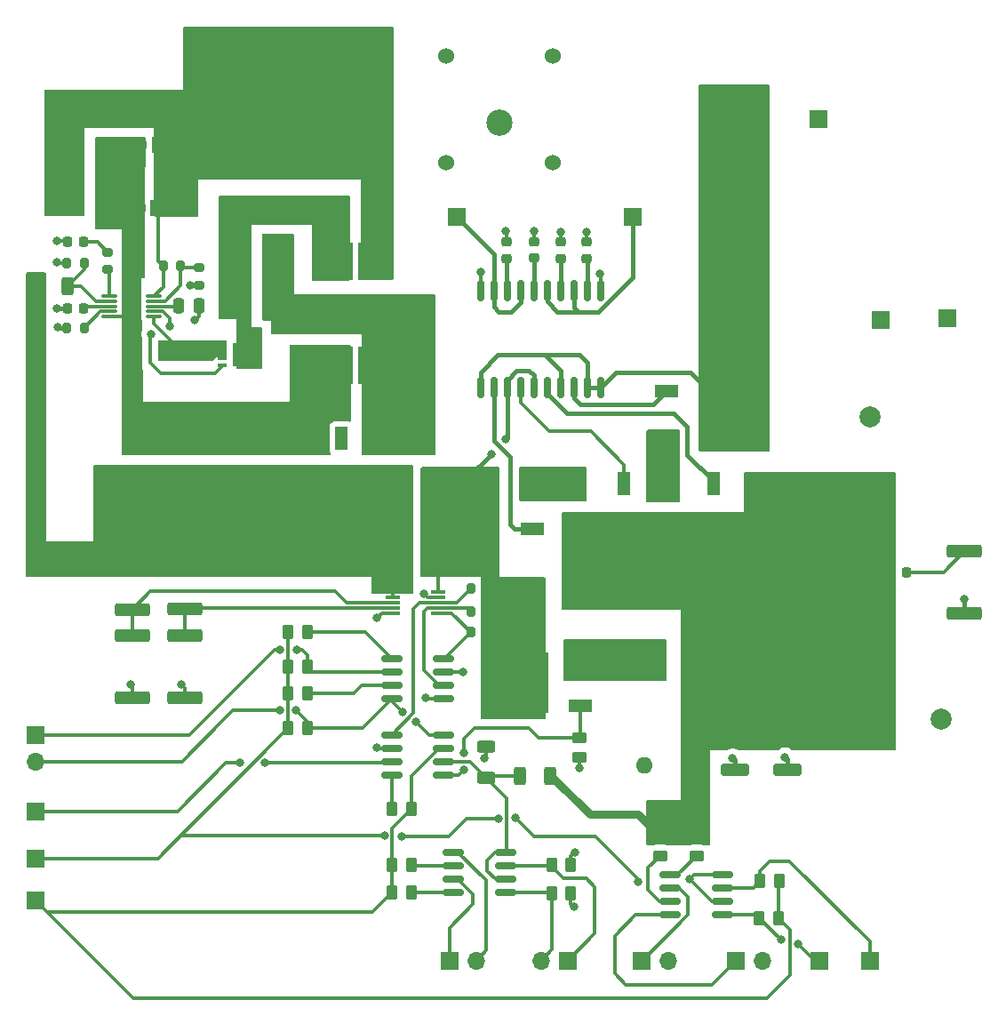
<source format=gbr>
%TF.GenerationSoftware,KiCad,Pcbnew,(6.0.1)*%
%TF.CreationDate,2022-03-07T20:17:15-06:00*%
%TF.ProjectId,power_board,706f7765-725f-4626-9f61-72642e6b6963,rev?*%
%TF.SameCoordinates,Original*%
%TF.FileFunction,Copper,L1,Top*%
%TF.FilePolarity,Positive*%
%FSLAX46Y46*%
G04 Gerber Fmt 4.6, Leading zero omitted, Abs format (unit mm)*
G04 Created by KiCad (PCBNEW (6.0.1)) date 2022-03-07 20:17:15*
%MOMM*%
%LPD*%
G01*
G04 APERTURE LIST*
G04 Aperture macros list*
%AMRoundRect*
0 Rectangle with rounded corners*
0 $1 Rounding radius*
0 $2 $3 $4 $5 $6 $7 $8 $9 X,Y pos of 4 corners*
0 Add a 4 corners polygon primitive as box body*
4,1,4,$2,$3,$4,$5,$6,$7,$8,$9,$2,$3,0*
0 Add four circle primitives for the rounded corners*
1,1,$1+$1,$2,$3*
1,1,$1+$1,$4,$5*
1,1,$1+$1,$6,$7*
1,1,$1+$1,$8,$9*
0 Add four rect primitives between the rounded corners*
20,1,$1+$1,$2,$3,$4,$5,0*
20,1,$1+$1,$4,$5,$6,$7,0*
20,1,$1+$1,$6,$7,$8,$9,0*
20,1,$1+$1,$8,$9,$2,$3,0*%
%AMFreePoly0*
4,1,21,1.545000,0.775000,0.925000,0.775000,0.925000,0.525000,1.545000,0.525000,1.545000,0.125000,0.925000,0.125000,0.925000,-0.125000,1.545000,-0.125000,1.545000,-0.525000,0.925000,-0.525000,0.925000,-0.775000,1.545000,-0.775000,1.545000,-1.175000,0.925000,-1.175000,0.925000,-1.125000,-0.925000,-1.125000,-0.925000,1.125000,0.925000,1.125000,0.925000,1.175000,1.545000,1.175000,
1.545000,0.775000,1.545000,0.775000,$1*%
G04 Aperture macros list end*
%TA.AperFunction,ComponentPad*%
%ADD10R,1.700000X1.700000*%
%TD*%
%TA.AperFunction,ComponentPad*%
%ADD11O,1.700000X1.700000*%
%TD*%
%TA.AperFunction,SMDPad,CuDef*%
%ADD12RoundRect,0.250000X-0.450000X0.262500X-0.450000X-0.262500X0.450000X-0.262500X0.450000X0.262500X0*%
%TD*%
%TA.AperFunction,ComponentPad*%
%ADD13C,1.524000*%
%TD*%
%TA.AperFunction,ComponentPad*%
%ADD14C,2.500000*%
%TD*%
%TA.AperFunction,SMDPad,CuDef*%
%ADD15RoundRect,0.150000X-0.825000X-0.150000X0.825000X-0.150000X0.825000X0.150000X-0.825000X0.150000X0*%
%TD*%
%TA.AperFunction,SMDPad,CuDef*%
%ADD16RoundRect,0.250000X1.100000X-0.325000X1.100000X0.325000X-1.100000X0.325000X-1.100000X-0.325000X0*%
%TD*%
%TA.AperFunction,ComponentPad*%
%ADD17C,1.600000*%
%TD*%
%TA.AperFunction,ComponentPad*%
%ADD18O,1.600000X1.600000*%
%TD*%
%TA.AperFunction,SMDPad,CuDef*%
%ADD19RoundRect,0.250000X-0.262500X-0.450000X0.262500X-0.450000X0.262500X0.450000X-0.262500X0.450000X0*%
%TD*%
%TA.AperFunction,SMDPad,CuDef*%
%ADD20RoundRect,0.250000X-1.425000X0.362500X-1.425000X-0.362500X1.425000X-0.362500X1.425000X0.362500X0*%
%TD*%
%TA.AperFunction,SMDPad,CuDef*%
%ADD21RoundRect,0.250000X0.312500X0.625000X-0.312500X0.625000X-0.312500X-0.625000X0.312500X-0.625000X0*%
%TD*%
%TA.AperFunction,SMDPad,CuDef*%
%ADD22RoundRect,0.200000X0.275000X-0.200000X0.275000X0.200000X-0.275000X0.200000X-0.275000X-0.200000X0*%
%TD*%
%TA.AperFunction,SMDPad,CuDef*%
%ADD23R,1.200000X2.200000*%
%TD*%
%TA.AperFunction,SMDPad,CuDef*%
%ADD24R,5.800000X6.400000*%
%TD*%
%TA.AperFunction,SMDPad,CuDef*%
%ADD25RoundRect,0.250000X-1.100000X0.325000X-1.100000X-0.325000X1.100000X-0.325000X1.100000X0.325000X0*%
%TD*%
%TA.AperFunction,SMDPad,CuDef*%
%ADD26RoundRect,0.250000X0.625000X-0.312500X0.625000X0.312500X-0.625000X0.312500X-0.625000X-0.312500X0*%
%TD*%
%TA.AperFunction,SMDPad,CuDef*%
%ADD27R,0.830000X0.400000*%
%TD*%
%TA.AperFunction,SMDPad,CuDef*%
%ADD28FreePoly0,0.000000*%
%TD*%
%TA.AperFunction,SMDPad,CuDef*%
%ADD29RoundRect,0.200000X0.200000X0.275000X-0.200000X0.275000X-0.200000X-0.275000X0.200000X-0.275000X0*%
%TD*%
%TA.AperFunction,SMDPad,CuDef*%
%ADD30R,1.400000X0.300000*%
%TD*%
%TA.AperFunction,SMDPad,CuDef*%
%ADD31RoundRect,0.250000X-0.325000X-1.100000X0.325000X-1.100000X0.325000X1.100000X-0.325000X1.100000X0*%
%TD*%
%TA.AperFunction,SMDPad,CuDef*%
%ADD32R,2.200000X1.200000*%
%TD*%
%TA.AperFunction,SMDPad,CuDef*%
%ADD33R,6.400000X5.800000*%
%TD*%
%TA.AperFunction,SMDPad,CuDef*%
%ADD34RoundRect,0.250000X0.325000X1.100000X-0.325000X1.100000X-0.325000X-1.100000X0.325000X-1.100000X0*%
%TD*%
%TA.AperFunction,SMDPad,CuDef*%
%ADD35RoundRect,0.225000X0.225000X0.250000X-0.225000X0.250000X-0.225000X-0.250000X0.225000X-0.250000X0*%
%TD*%
%TA.AperFunction,ComponentPad*%
%ADD36R,1.600000X1.600000*%
%TD*%
%TA.AperFunction,SMDPad,CuDef*%
%ADD37RoundRect,0.250000X-0.312500X-0.625000X0.312500X-0.625000X0.312500X0.625000X-0.312500X0.625000X0*%
%TD*%
%TA.AperFunction,SMDPad,CuDef*%
%ADD38RoundRect,0.225000X-0.250000X0.225000X-0.250000X-0.225000X0.250000X-0.225000X0.250000X0.225000X0*%
%TD*%
%TA.AperFunction,SMDPad,CuDef*%
%ADD39RoundRect,0.250000X0.262500X0.450000X-0.262500X0.450000X-0.262500X-0.450000X0.262500X-0.450000X0*%
%TD*%
%TA.AperFunction,ComponentPad*%
%ADD40C,2.000000*%
%TD*%
%TA.AperFunction,SMDPad,CuDef*%
%ADD41RoundRect,0.250000X-0.250000X-0.475000X0.250000X-0.475000X0.250000X0.475000X-0.250000X0.475000X0*%
%TD*%
%TA.AperFunction,SMDPad,CuDef*%
%ADD42RoundRect,0.075000X-0.650000X-0.075000X0.650000X-0.075000X0.650000X0.075000X-0.650000X0.075000X0*%
%TD*%
%TA.AperFunction,SMDPad,CuDef*%
%ADD43R,1.680000X1.880000*%
%TD*%
%TA.AperFunction,SMDPad,CuDef*%
%ADD44R,2.540000X3.530600*%
%TD*%
%TA.AperFunction,SMDPad,CuDef*%
%ADD45RoundRect,0.150000X-0.150000X0.875000X-0.150000X-0.875000X0.150000X-0.875000X0.150000X0.875000X0*%
%TD*%
%TA.AperFunction,SMDPad,CuDef*%
%ADD46RoundRect,0.200000X-0.200000X-0.275000X0.200000X-0.275000X0.200000X0.275000X-0.200000X0.275000X0*%
%TD*%
%TA.AperFunction,ViaPad*%
%ADD47C,0.800000*%
%TD*%
%TA.AperFunction,Conductor*%
%ADD48C,0.800000*%
%TD*%
%TA.AperFunction,Conductor*%
%ADD49C,0.300000*%
%TD*%
%TA.AperFunction,Conductor*%
%ADD50C,0.400000*%
%TD*%
G04 APERTURE END LIST*
D10*
%TO.P,J5,1,Pin_1*%
%TO.N,GND*%
X181400000Y-81800000D03*
%TD*%
%TO.P,J19,1,Pin_1*%
%TO.N,Net-(J19-Pad1)*%
X161225000Y-143000000D03*
D11*
%TO.P,J19,2,Pin_2*%
%TO.N,GND*%
X163765000Y-143000000D03*
%TD*%
D12*
%TO.P,R23,1*%
%TO.N,+24V*%
X154000000Y-131187500D03*
%TO.P,R23,2*%
%TO.N,Net-(Q9-Pad3)*%
X154000000Y-133012500D03*
%TD*%
D13*
%TO.P,J6,1,Pin_1*%
%TO.N,GND*%
X143780000Y-56820000D03*
D14*
X138700000Y-63170000D03*
D13*
X133620000Y-66980000D03*
X143780000Y-66980000D03*
X133620000Y-56820000D03*
%TD*%
D15*
%TO.P,Q6,1,ANODE_1*%
%TO.N,N_SDAO*%
X128425000Y-121495000D03*
%TO.P,Q6,2,CATHODE_1*%
%TO.N,GND*%
X128425000Y-122765000D03*
%TO.P,Q6,3,ANODE_2*%
%TO.N,MCU_P_RES*%
X128425000Y-124035000D03*
%TO.P,Q6,4,CATHODE_2*%
%TO.N,Net-(Q6-Pad4)*%
X128425000Y-125305000D03*
%TO.P,Q6,5,EMITTER_2*%
%TO.N,Net-(Q6-Pad5)*%
X133375000Y-125305000D03*
%TO.P,Q6,6,COLLECTOR_2*%
%TO.N,12V*%
X133375000Y-124035000D03*
%TO.P,Q6,7,EMITTER_1*%
%TO.N,GND1*%
X133375000Y-122765000D03*
%TO.P,Q6,8,COLLECTOR_1*%
%TO.N,MCU_SDA*%
X133375000Y-121495000D03*
%TD*%
D16*
%TO.P,C22,1*%
%TO.N,GND*%
X166100000Y-124800000D03*
%TO.P,C22,2*%
%TO.N,+24V*%
X166100000Y-121850000D03*
%TD*%
D17*
%TO.P,R21,1*%
%TO.N,Net-(Q8-Pad3)*%
X152500000Y-114220000D03*
D18*
%TO.P,R21,2*%
%TO.N,GND*%
X152500000Y-124380000D03*
%TD*%
D19*
%TO.P,R24,1*%
%TO.N,MCU_BTN2*%
X163450000Y-138950000D03*
%TO.P,R24,2*%
%TO.N,GND1*%
X165275000Y-138950000D03*
%TD*%
D20*
%TO.P,R3,1*%
%TO.N,24V Solar*%
X108700000Y-103587500D03*
%TO.P,R3,2*%
%TO.N,ADR0*%
X108700000Y-109512500D03*
%TD*%
D21*
%TO.P,R28,1*%
%TO.N,+24V*%
X143562500Y-125400000D03*
%TO.P,R28,2*%
%TO.N,12V*%
X140637500Y-125400000D03*
%TD*%
D10*
%TO.P,J22,1,Pin_1*%
%TO.N,SOLAR_CTRL*%
X145200000Y-143000000D03*
D11*
%TO.P,J22,2,Pin_2*%
%TO.N,GRID_CTRL*%
X142660000Y-143000000D03*
%TD*%
D10*
%TO.P,J1,1,Pin_1*%
%TO.N,+24V*%
X167700000Y-112700000D03*
%TD*%
D19*
%TO.P,R17,1*%
%TO.N,+5V*%
X118587500Y-111750000D03*
%TO.P,R17,2*%
%TO.N,Net-(Q7-Pad1)*%
X120412500Y-111750000D03*
%TD*%
D22*
%TO.P,R10,1*%
%TO.N,Net-(R10-Pad1)*%
X101400000Y-77175000D03*
%TO.P,R10,2*%
%TO.N,Net-(C8-Pad1)*%
X101400000Y-75525000D03*
%TD*%
D23*
%TO.P,Q3,1,G*%
%TO.N,Net-(Q3-Pad1)*%
X150580000Y-97550000D03*
D24*
%TO.P,Q3,2,D*%
%TO.N,+24V*%
X148300000Y-103850000D03*
D23*
%TO.P,Q3,3,S*%
%TO.N,Net-(Q3-Pad3)*%
X146020000Y-97550000D03*
%TD*%
D25*
%TO.P,C14,1*%
%TO.N,GND*%
X115850000Y-93975000D03*
%TO.P,C14,2*%
%TO.N,24V Solar*%
X115850000Y-96925000D03*
%TD*%
D26*
%TO.P,R29,1*%
%TO.N,12V*%
X137400000Y-125562500D03*
%TO.P,R29,2*%
%TO.N,GND*%
X137400000Y-122637500D03*
%TD*%
D19*
%TO.P,R19,1*%
%TO.N,+5V*%
X118587500Y-115050000D03*
%TO.P,R19,2*%
%TO.N,MCU_SCL*%
X120412500Y-115050000D03*
%TD*%
D15*
%TO.P,Q7,1,ANODE_1*%
%TO.N,Net-(Q7-Pad1)*%
X128425000Y-114245000D03*
%TO.P,Q7,2,CATHODE_1*%
%TO.N,MCU_SCL*%
X128425000Y-115515000D03*
%TO.P,Q7,3,ANODE_2*%
%TO.N,Net-(Q7-Pad3)*%
X128425000Y-116785000D03*
%TO.P,Q7,4,CATHODE_2*%
%TO.N,MCU_SDA*%
X128425000Y-118055000D03*
%TO.P,Q7,5,EMITTER_2*%
%TO.N,GND*%
X133375000Y-118055000D03*
%TO.P,Q7,6,COLLECTOR_2*%
%TO.N,SDAI*%
X133375000Y-116785000D03*
%TO.P,Q7,7,EMITTER_1*%
%TO.N,GND*%
X133375000Y-115515000D03*
%TO.P,Q7,8,COLLECTOR_1*%
%TO.N,SCL*%
X133375000Y-114245000D03*
%TD*%
D27*
%TO.P,Q5,1,S*%
%TO.N,Net-(Q5-Pad1)*%
X112265000Y-84337500D03*
%TO.P,Q5,2,S*%
X112265000Y-84987500D03*
%TO.P,Q5,3,S*%
X112265000Y-85637500D03*
%TO.P,Q5,4,G*%
%TO.N,Net-(Q5-Pad4)*%
X112265000Y-86287500D03*
D28*
%TO.P,Q5,5,D*%
%TO.N,Net-(C10-Pad2)*%
X114205000Y-85312500D03*
%TD*%
D29*
%TO.P,R15,1*%
%TO.N,24V Solar_2*%
X137625000Y-109750000D03*
%TO.P,R15,2*%
%TO.N,SDAI*%
X135975000Y-109750000D03*
%TD*%
D30*
%TO.P,IC1,1,SENSE+*%
%TO.N,24V Solar*%
X128500000Y-107900000D03*
%TO.P,IC1,2,VIN*%
X128500000Y-108400000D03*
%TO.P,IC1,3,ADR1*%
%TO.N,ADR1*%
X128500000Y-108900000D03*
%TO.P,IC1,4,ADR0*%
%TO.N,ADR0*%
X128500000Y-109400000D03*
%TO.P,IC1,5,ADIN*%
%TO.N,GND*%
X128500000Y-109900000D03*
%TO.P,IC1,6,SCL*%
%TO.N,SCL*%
X132900000Y-109900000D03*
%TO.P,IC1,7,SDAI*%
%TO.N,SDAI*%
X132900000Y-109400000D03*
%TO.P,IC1,8,~{SDAO}*%
%TO.N,N_SDAO*%
X132900000Y-108900000D03*
%TO.P,IC1,9,GND*%
%TO.N,GND*%
X132900000Y-108400000D03*
%TO.P,IC1,10,SENSE-*%
%TO.N,24V Solar_2*%
X132900000Y-107900000D03*
%TD*%
D16*
%TO.P,C23,1*%
%TO.N,GND*%
X161100000Y-124800000D03*
%TO.P,C23,2*%
%TO.N,+24V*%
X161100000Y-121850000D03*
%TD*%
D25*
%TO.P,C15,1*%
%TO.N,GND*%
X119910000Y-94015000D03*
%TO.P,C15,2*%
%TO.N,24V Solar*%
X119910000Y-96965000D03*
%TD*%
D31*
%TO.P,C11,1*%
%TO.N,Net-(C10-Pad2)*%
X113935000Y-79980000D03*
%TO.P,C11,2*%
%TO.N,Net-(C10-Pad1)*%
X116885000Y-79980000D03*
%TD*%
D32*
%TO.P,Q1,1,G*%
%TO.N,Net-(Q1-Pad1)*%
X154600000Y-88770000D03*
D33*
%TO.P,Q1,2,D*%
%TO.N,24V Grid*%
X160900000Y-91050000D03*
D32*
%TO.P,Q1,3,S*%
%TO.N,Net-(Q1-Pad3)*%
X154600000Y-93330000D03*
%TD*%
D29*
%TO.P,R14,1*%
%TO.N,24V Solar_2*%
X137625000Y-111750000D03*
%TO.P,R14,2*%
%TO.N,SCL*%
X135975000Y-111750000D03*
%TD*%
D34*
%TO.P,C24,1*%
%TO.N,GND*%
X100975000Y-66350000D03*
%TO.P,C24,2*%
%TO.N,Solar Panel*%
X98025000Y-66350000D03*
%TD*%
D20*
%TO.P,R6,1*%
%TO.N,ADR1*%
X103700000Y-112037500D03*
%TO.P,R6,2*%
%TO.N,GND*%
X103700000Y-117962500D03*
%TD*%
D35*
%TO.P,D1,1,K*%
%TO.N,Net-(D1-Pad1)*%
X177475000Y-106000000D03*
%TO.P,D1,2,A*%
%TO.N,+24V*%
X175925000Y-106000000D03*
%TD*%
D10*
%TO.P,J16,1,Pin_1*%
%TO.N,MCU_BTN1*%
X174000000Y-143000000D03*
%TD*%
D19*
%TO.P,R20,1*%
%TO.N,+5V*%
X118587500Y-117550000D03*
%TO.P,R20,2*%
%TO.N,Net-(Q7-Pad3)*%
X120412500Y-117550000D03*
%TD*%
D32*
%TO.P,Q4,1,G*%
%TO.N,Net-(Q4-Pad1)*%
X141800000Y-101930000D03*
D33*
%TO.P,Q4,2,D*%
%TO.N,24V Solar_2*%
X135500000Y-99650000D03*
D32*
%TO.P,Q4,3,S*%
%TO.N,Net-(Q3-Pad3)*%
X141800000Y-97370000D03*
%TD*%
D10*
%TO.P,J17,1,Pin_1*%
%TO.N,MCU_BTN2*%
X169200000Y-143000000D03*
%TD*%
D20*
%TO.P,R11,1*%
%TO.N,Net-(Q5-Pad1)*%
X108400000Y-84950000D03*
%TO.P,R11,2*%
%TO.N,GND*%
X108400000Y-90875000D03*
%TD*%
D36*
%TO.P,C12,1*%
%TO.N,24V Solar*%
X104100000Y-96555113D03*
D17*
%TO.P,C12,2*%
%TO.N,GND*%
X104100000Y-94055113D03*
%TD*%
D36*
%TO.P,C5,1*%
%TO.N,Solar Panel*%
X106355113Y-65350000D03*
D17*
%TO.P,C5,2*%
%TO.N,GND*%
X104355113Y-65350000D03*
%TD*%
D37*
%TO.P,R12,1*%
%TO.N,24V Solar*%
X94637500Y-78750000D03*
%TO.P,R12,2*%
%TO.N,Net-(R12-Pad2)*%
X97562500Y-78750000D03*
%TD*%
D20*
%TO.P,R4,1*%
%TO.N,ADR0*%
X108700000Y-112037500D03*
%TO.P,R4,2*%
%TO.N,GND*%
X108700000Y-117962500D03*
%TD*%
D29*
%TO.P,R9,1*%
%TO.N,Net-(R9-Pad1)*%
X99135000Y-82720000D03*
%TO.P,R9,2*%
%TO.N,GND*%
X97485000Y-82720000D03*
%TD*%
D19*
%TO.P,R26,1*%
%TO.N,Net-(Q6-Pad4)*%
X128487500Y-128600000D03*
%TO.P,R26,2*%
%TO.N,GND1*%
X130312500Y-128600000D03*
%TD*%
D38*
%TO.P,C18,1*%
%TO.N,GND*%
X141980000Y-74555000D03*
%TO.P,C18,2*%
%TO.N,Net-(C18-Pad2)*%
X141980000Y-76105000D03*
%TD*%
D39*
%TO.P,R30,1*%
%TO.N,Net-(Q10-Pad2)*%
X130312500Y-133900000D03*
%TO.P,R30,2*%
%TO.N,GND1*%
X128487500Y-133900000D03*
%TD*%
D10*
%TO.P,J4,1,Pin_1*%
%TO.N,GND*%
X169100000Y-62900000D03*
%TD*%
D34*
%TO.P,C10,1*%
%TO.N,Net-(C10-Pad1)*%
X116875000Y-75250000D03*
%TO.P,C10,2*%
%TO.N,Net-(C10-Pad2)*%
X113925000Y-75250000D03*
%TD*%
%TO.P,C25,1*%
%TO.N,GND*%
X100975000Y-70450000D03*
%TO.P,C25,2*%
%TO.N,Solar Panel*%
X98025000Y-70450000D03*
%TD*%
D10*
%TO.P,J20,1,Pin_1*%
%TO.N,GND1*%
X94500000Y-137275000D03*
%TD*%
D20*
%TO.P,R1,1*%
%TO.N,Net-(D1-Pad1)*%
X183000000Y-104037500D03*
%TO.P,R1,2*%
%TO.N,GND*%
X183000000Y-109962500D03*
%TD*%
D29*
%TO.P,R16,1*%
%TO.N,24V Solar_2*%
X137625000Y-107600000D03*
%TO.P,R16,2*%
%TO.N,N_SDAO*%
X135975000Y-107600000D03*
%TD*%
D10*
%TO.P,J3,1,Pin_1*%
%TO.N,GND*%
X175000000Y-82000000D03*
%TD*%
D40*
%TO.P,C21,1*%
%TO.N,+24V*%
X173250000Y-120000000D03*
%TO.P,C21,2*%
%TO.N,GND*%
X180750000Y-120000000D03*
%TD*%
D19*
%TO.P,R32,1*%
%TO.N,GRID_CTRL*%
X143687500Y-136600000D03*
%TO.P,R32,2*%
%TO.N,GND*%
X145512500Y-136600000D03*
%TD*%
D13*
%TO.P,J9,1,Pin_1*%
%TO.N,Solar Panel*%
X113520000Y-66980000D03*
D14*
X118600000Y-63170000D03*
D13*
X113520000Y-56820000D03*
X123680000Y-66980000D03*
X123680000Y-56820000D03*
%TD*%
D32*
%TO.P,Q8,1,G*%
%TO.N,Net-(Q6-Pad5)*%
X146400000Y-118780000D03*
D33*
%TO.P,Q8,2,D*%
%TO.N,24V Solar_2*%
X140100000Y-116500000D03*
D32*
%TO.P,Q8,3,S*%
%TO.N,Net-(Q8-Pad3)*%
X146400000Y-114220000D03*
%TD*%
D41*
%TO.P,C9,1*%
%TO.N,Net-(C9-Pad1)*%
X108150000Y-80650000D03*
%TO.P,C9,2*%
%TO.N,GND*%
X110050000Y-80650000D03*
%TD*%
D42*
%TO.P,U5,1,VC*%
%TO.N,Net-(R10-Pad1)*%
X101500000Y-79690000D03*
%TO.P,U5,2,FBX*%
%TO.N,Net-(R12-Pad2)*%
X101500000Y-80190000D03*
%TO.P,U5,3,SS*%
%TO.N,Net-(C7-Pad1)*%
X101500000Y-80690000D03*
%TO.P,U5,4,RT*%
%TO.N,Net-(R9-Pad1)*%
X101500000Y-81190000D03*
%TO.P,U5,5,SYNC*%
%TO.N,GND*%
X101500000Y-81690000D03*
%TO.P,U5,6,SENSE*%
%TO.N,Net-(Q5-Pad1)*%
X105800000Y-81690000D03*
%TO.P,U5,7,GATE*%
%TO.N,Net-(Q5-Pad4)*%
X105800000Y-81190000D03*
%TO.P,U5,8,INTVCC*%
%TO.N,Net-(C9-Pad1)*%
X105800000Y-80690000D03*
%TO.P,U5,9,~{SHDN}/UVLO*%
%TO.N,Net-(R7-Pad2)*%
X105800000Y-80190000D03*
%TO.P,U5,10,VIN*%
%TO.N,Solar Panel*%
X105800000Y-79690000D03*
D43*
%TO.P,U5,11,GND*%
%TO.N,GND*%
X103650000Y-80690000D03*
%TD*%
D15*
%TO.P,Q10,1,ANODE_1*%
%TO.N,MCU_SOLAR*%
X134325000Y-132695000D03*
%TO.P,Q10,2,CATHODE_1*%
%TO.N,Net-(Q10-Pad2)*%
X134325000Y-133965000D03*
%TO.P,Q10,3,ANODE_2*%
%TO.N,MCU_GRID*%
X134325000Y-135235000D03*
%TO.P,Q10,4,CATHODE_2*%
%TO.N,Net-(Q10-Pad4)*%
X134325000Y-136505000D03*
%TO.P,Q10,5,EMITTER_2*%
%TO.N,GRID_CTRL*%
X139275000Y-136505000D03*
%TO.P,Q10,6,COLLECTOR_2*%
%TO.N,12V*%
X139275000Y-135235000D03*
%TO.P,Q10,7,EMITTER_1*%
%TO.N,SOLAR_CTRL*%
X139275000Y-133965000D03*
%TO.P,Q10,8,COLLECTOR_1*%
%TO.N,12V*%
X139275000Y-132695000D03*
%TD*%
D29*
%TO.P,R2,1*%
%TO.N,24V Solar_2*%
X131585000Y-105000000D03*
%TO.P,R2,2*%
%TO.N,24V Solar*%
X129935000Y-105000000D03*
%TD*%
D23*
%TO.P,D9,1,A*%
%TO.N,Net-(C10-Pad1)*%
X128180000Y-93270000D03*
D24*
%TO.P,D9,2,K*%
%TO.N,24V Solar*%
X125900000Y-99570000D03*
D23*
%TO.P,D9,3*%
%TO.N,N/C*%
X123620000Y-93270000D03*
%TD*%
D19*
%TO.P,R33,1*%
%TO.N,SOLAR_CTRL*%
X143687500Y-133900000D03*
%TO.P,R33,2*%
%TO.N,GND*%
X145512500Y-133900000D03*
%TD*%
D35*
%TO.P,C8,1*%
%TO.N,Net-(C8-Pad1)*%
X99075000Y-74550000D03*
%TO.P,C8,2*%
%TO.N,GND*%
X97525000Y-74550000D03*
%TD*%
D10*
%TO.P,J12,1,Pin_1*%
%TO.N,MCU_SCL*%
X94500000Y-121500000D03*
D11*
%TO.P,J12,2,Pin_2*%
%TO.N,MCU_SDA*%
X94500000Y-124040000D03*
%TD*%
D12*
%TO.P,R27,1*%
%TO.N,Net-(Q6-Pad5)*%
X146300000Y-121787500D03*
%TO.P,R27,2*%
%TO.N,GND*%
X146300000Y-123612500D03*
%TD*%
D44*
%TO.P,L3,1,1*%
%TO.N,Solar Panel*%
X126511300Y-76409700D03*
%TO.P,L3,2,2*%
%TO.N,Net-(C10-Pad2)*%
X123488700Y-76409700D03*
%TO.P,L3,3,3*%
%TO.N,GND*%
X123488700Y-86290300D03*
%TO.P,L3,4,4*%
%TO.N,Net-(C10-Pad1)*%
X126511300Y-86290300D03*
%TD*%
D45*
%TO.P,U6,1,GND*%
%TO.N,GND*%
X148325000Y-79170000D03*
%TO.P,U6,2,TIMER1*%
%TO.N,Net-(C16-Pad2)*%
X147055000Y-79170000D03*
%TO.P,U6,3,INPUT1*%
%TO.N,Net-(J11-Pad1)*%
X145785000Y-79170000D03*
%TO.P,U6,4,TIMER2*%
%TO.N,Net-(C17-Pad2)*%
X144515000Y-79170000D03*
%TO.P,U6,5,INPUT2*%
%TO.N,Net-(J11-Pad1)*%
X143245000Y-79170000D03*
%TO.P,U6,6,TIMER3*%
%TO.N,Net-(C18-Pad2)*%
X141975000Y-79170000D03*
%TO.P,U6,7,INPUT3*%
%TO.N,Net-(J21-Pad1)*%
X140705000Y-79170000D03*
%TO.P,U6,8,TIMER4*%
%TO.N,Net-(C19-Pad2)*%
X139435000Y-79170000D03*
%TO.P,U6,9,INPUT4*%
%TO.N,Net-(J21-Pad1)*%
X138165000Y-79170000D03*
%TO.P,U6,10,GND*%
%TO.N,GND*%
X136895000Y-79170000D03*
%TO.P,U6,11,V+*%
%TO.N,24V Grid*%
X136895000Y-88470000D03*
%TO.P,U6,12,GATE4*%
%TO.N,Net-(Q4-Pad1)*%
X138165000Y-88470000D03*
%TO.P,U6,13,SENSE4*%
%TO.N,24V Solar_2*%
X139435000Y-88470000D03*
%TO.P,U6,14,GATE3*%
%TO.N,Net-(Q3-Pad1)*%
X140705000Y-88470000D03*
%TO.P,U6,15,SENSE3*%
%TO.N,24V Solar_2*%
X141975000Y-88470000D03*
%TO.P,U6,16,GATE2*%
%TO.N,Net-(Q2-Pad1)*%
X143245000Y-88470000D03*
%TO.P,U6,17,SENSE2*%
%TO.N,24V Grid*%
X144515000Y-88470000D03*
%TO.P,U6,18,GATE1*%
%TO.N,Net-(Q1-Pad1)*%
X145785000Y-88470000D03*
%TO.P,U6,19,SENSE1*%
%TO.N,24V Grid*%
X147055000Y-88470000D03*
%TO.P,U6,20,V+*%
X148325000Y-88470000D03*
%TD*%
D38*
%TO.P,C19,1*%
%TO.N,GND*%
X139370000Y-74565000D03*
%TO.P,C19,2*%
%TO.N,Net-(C19-Pad2)*%
X139370000Y-76115000D03*
%TD*%
%TO.P,C16,1*%
%TO.N,GND*%
X147000000Y-74575000D03*
%TO.P,C16,2*%
%TO.N,Net-(C16-Pad2)*%
X147000000Y-76125000D03*
%TD*%
D10*
%TO.P,J14,1,Pin_1*%
%TO.N,+5V*%
X94500000Y-133275000D03*
%TD*%
D23*
%TO.P,Q2,1,G*%
%TO.N,Net-(Q2-Pad1)*%
X159080000Y-97550000D03*
D24*
%TO.P,Q2,2,D*%
%TO.N,+24V*%
X156800000Y-103850000D03*
D23*
%TO.P,Q2,3,S*%
%TO.N,Net-(Q1-Pad3)*%
X154520000Y-97550000D03*
%TD*%
D20*
%TO.P,R5,1*%
%TO.N,24V Solar*%
X103700000Y-103637500D03*
%TO.P,R5,2*%
%TO.N,ADR1*%
X103700000Y-109562500D03*
%TD*%
D10*
%TO.P,J10,1,Pin_1*%
%TO.N,24V Grid*%
X161500000Y-62900000D03*
%TD*%
D19*
%TO.P,R25,1*%
%TO.N,MCU_BTN1*%
X163537500Y-135450000D03*
%TO.P,R25,2*%
%TO.N,GND1*%
X165362500Y-135450000D03*
%TD*%
D36*
%TO.P,C6,1*%
%TO.N,Solar Panel*%
X106210225Y-71350000D03*
D17*
%TO.P,C6,2*%
%TO.N,GND*%
X104210225Y-71350000D03*
%TD*%
D35*
%TO.P,C7,1*%
%TO.N,Net-(C7-Pad1)*%
X99085000Y-80910000D03*
%TO.P,C7,2*%
%TO.N,GND*%
X97535000Y-80910000D03*
%TD*%
D22*
%TO.P,R8,1*%
%TO.N,GND*%
X110110000Y-78655000D03*
%TO.P,R8,2*%
%TO.N,Net-(R7-Pad2)*%
X110110000Y-77005000D03*
%TD*%
D29*
%TO.P,R13,1*%
%TO.N,Net-(R12-Pad2)*%
X99125000Y-76550000D03*
%TO.P,R13,2*%
%TO.N,GND*%
X97475000Y-76550000D03*
%TD*%
D10*
%TO.P,J18,1,Pin_1*%
%TO.N,Net-(J18-Pad1)*%
X152225000Y-143000000D03*
D11*
%TO.P,J18,2,Pin_2*%
%TO.N,GND*%
X154765000Y-143000000D03*
%TD*%
D10*
%TO.P,J21,1,Pin_1*%
%TO.N,Net-(J21-Pad1)*%
X134600000Y-72200000D03*
%TD*%
%TO.P,J15,1,Pin_1*%
%TO.N,MCU_P_RES*%
X94500000Y-128775000D03*
%TD*%
D38*
%TO.P,C17,1*%
%TO.N,GND*%
X144500000Y-74575000D03*
%TO.P,C17,2*%
%TO.N,Net-(C17-Pad2)*%
X144500000Y-76125000D03*
%TD*%
D15*
%TO.P,Q9,1,ANODE_1*%
%TO.N,Net-(Q9-Pad1)*%
X154975000Y-134845000D03*
%TO.P,Q9,2,CATHODE_1*%
%TO.N,Net-(J18-Pad1)*%
X154975000Y-136115000D03*
%TO.P,Q9,3,ANODE_2*%
%TO.N,Net-(Q9-Pad3)*%
X154975000Y-137385000D03*
%TO.P,Q9,4,CATHODE_2*%
%TO.N,Net-(J19-Pad1)*%
X154975000Y-138655000D03*
%TO.P,Q9,5,EMITTER_2*%
%TO.N,MCU_BTN2*%
X159925000Y-138655000D03*
%TO.P,Q9,6,COLLECTOR_2*%
%TO.N,+5V*%
X159925000Y-137385000D03*
%TO.P,Q9,7,EMITTER_1*%
%TO.N,MCU_BTN1*%
X159925000Y-136115000D03*
%TO.P,Q9,8,COLLECTOR_1*%
%TO.N,+5V*%
X159925000Y-134845000D03*
%TD*%
D40*
%TO.P,C20,1*%
%TO.N,+24V*%
X174000000Y-98750000D03*
%TO.P,C20,2*%
%TO.N,GND*%
X174000000Y-91250000D03*
%TD*%
D19*
%TO.P,R18,1*%
%TO.N,+5V*%
X118587500Y-120850000D03*
%TO.P,R18,2*%
%TO.N,MCU_SDA*%
X120412500Y-120850000D03*
%TD*%
D36*
%TO.P,C13,1*%
%TO.N,24V Solar*%
X110810000Y-96550001D03*
D17*
%TO.P,C13,2*%
%TO.N,GND*%
X110810000Y-94050001D03*
%TD*%
D39*
%TO.P,R31,1*%
%TO.N,Net-(Q10-Pad4)*%
X130312500Y-136500000D03*
%TO.P,R31,2*%
%TO.N,GND1*%
X128487500Y-136500000D03*
%TD*%
D10*
%TO.P,J2,1,Pin_1*%
%TO.N,+24V*%
X162100000Y-112700000D03*
%TD*%
D46*
%TO.P,R7,1*%
%TO.N,Solar Panel*%
X106665000Y-76870000D03*
%TO.P,R7,2*%
%TO.N,Net-(R7-Pad2)*%
X108315000Y-76870000D03*
%TD*%
D12*
%TO.P,R22,1*%
%TO.N,+24V*%
X157500000Y-131187500D03*
%TO.P,R22,2*%
%TO.N,Net-(Q9-Pad1)*%
X157500000Y-133012500D03*
%TD*%
D10*
%TO.P,J11,1,Pin_1*%
%TO.N,Net-(J11-Pad1)*%
X151400000Y-72200000D03*
%TD*%
%TO.P,J7,1,Pin_1*%
%TO.N,MCU_GRID*%
X133925000Y-143000000D03*
D11*
%TO.P,J7,2,Pin_2*%
%TO.N,MCU_SOLAR*%
X136465000Y-143000000D03*
%TD*%
D47*
%TO.N,GND*%
X131700000Y-118000000D03*
X103600000Y-116750000D03*
X144500000Y-73600000D03*
X137300000Y-123700000D03*
X139300000Y-73500000D03*
X103600000Y-80700000D03*
X104100000Y-81300000D03*
X103100000Y-80100000D03*
X131500000Y-108100000D03*
X96500000Y-74500000D03*
X183000000Y-108600000D03*
X135200000Y-115500000D03*
X148300000Y-77600000D03*
X160900000Y-123725000D03*
X146350000Y-124710000D03*
X142000000Y-73500000D03*
X104100000Y-80100000D03*
X109700000Y-82000000D03*
X103100000Y-81300000D03*
X145880000Y-132670000D03*
X165900000Y-123625000D03*
X96500000Y-80900000D03*
X147000000Y-73600000D03*
X145780000Y-137850000D03*
X136900000Y-77400000D03*
X127000000Y-110400000D03*
X96600000Y-82700000D03*
X108400000Y-116750000D03*
X96500000Y-76500000D03*
X127000000Y-122700000D03*
X109200000Y-78700000D03*
%TO.N,Net-(Q5-Pad4)*%
X105500000Y-83350000D03*
X107300000Y-82550000D03*
%TO.N,24V Solar_2*%
X139300000Y-93350000D03*
X137900000Y-94750000D03*
%TO.N,MCU_SCL*%
X119420000Y-113410000D03*
X117790000Y-113410000D03*
%TO.N,MCU_SDA*%
X130780000Y-120300000D03*
X119350000Y-119170000D03*
X129495023Y-119365023D03*
X117810000Y-119180000D03*
%TO.N,MCU_P_RES*%
X114010000Y-124160000D03*
X116343727Y-124153727D03*
%TO.N,+5V*%
X138590000Y-129460000D03*
X129400000Y-131150000D03*
X151920000Y-135540000D03*
X156850000Y-135260000D03*
X127738000Y-131110000D03*
X140240000Y-129410000D03*
%TO.N,MCU_BTN2*%
X167150000Y-141400000D03*
X165530000Y-141020000D03*
%TO.N,Net-(Q6-Pad5)*%
X135300000Y-123200000D03*
X135300000Y-124800000D03*
%TD*%
D48*
%TO.N,+24V*%
X147300000Y-129100000D02*
X151912500Y-129100000D01*
X143562500Y-125400000D02*
X143600000Y-125400000D01*
X151912500Y-129100000D02*
X154000000Y-131187500D01*
X143600000Y-125400000D02*
X147300000Y-129100000D01*
D49*
%TO.N,GND*%
X145512500Y-136600000D02*
X145512500Y-137582500D01*
X110050000Y-80650000D02*
X110050000Y-81650000D01*
X136895000Y-79170000D02*
X136895000Y-77405000D01*
X136895000Y-77405000D02*
X136900000Y-77400000D01*
X102710000Y-81690000D02*
X103100000Y-81300000D01*
X110110000Y-78655000D02*
X109245000Y-78655000D01*
X109245000Y-78655000D02*
X109200000Y-78700000D01*
X146300000Y-123612500D02*
X146300000Y-124660000D01*
X141980000Y-74555000D02*
X141980000Y-73520000D01*
X110050000Y-81650000D02*
X109700000Y-82000000D01*
D50*
X161100000Y-123925000D02*
X160900000Y-123725000D01*
X166100000Y-124800000D02*
X166100000Y-123825000D01*
D49*
X131755000Y-118055000D02*
X131700000Y-118000000D01*
X147000000Y-74575000D02*
X147000000Y-73600000D01*
X145512500Y-133900000D02*
X145512500Y-133037500D01*
X148325000Y-79170000D02*
X148325000Y-77625000D01*
X103600000Y-116750000D02*
X103700000Y-116850000D01*
X128425000Y-122765000D02*
X127065000Y-122765000D01*
X103700000Y-116850000D02*
X103700000Y-117962500D01*
X146300000Y-124660000D02*
X146350000Y-124710000D01*
X108700000Y-117050000D02*
X108700000Y-117962500D01*
X108400000Y-116750000D02*
X108700000Y-117050000D01*
X135185000Y-115515000D02*
X135200000Y-115500000D01*
X133375000Y-118055000D02*
X131755000Y-118055000D01*
D50*
X96620000Y-82720000D02*
X96600000Y-82700000D01*
D49*
X96500000Y-76500000D02*
X96550000Y-76550000D01*
X128500000Y-109900000D02*
X127500000Y-109900000D01*
D50*
X183000000Y-109962500D02*
X183000000Y-108600000D01*
D49*
X141980000Y-73520000D02*
X142000000Y-73500000D01*
X97475000Y-74500000D02*
X97525000Y-74550000D01*
D50*
X161100000Y-124800000D02*
X161100000Y-123925000D01*
X96510000Y-80910000D02*
X96500000Y-80900000D01*
D49*
X145512500Y-137582500D02*
X145780000Y-137850000D01*
X145512500Y-133037500D02*
X145880000Y-132670000D01*
D50*
X97485000Y-82720000D02*
X96620000Y-82720000D01*
D49*
X131800000Y-108400000D02*
X131500000Y-108100000D01*
X139370000Y-74565000D02*
X139370000Y-73570000D01*
X127500000Y-109900000D02*
X127000000Y-110400000D01*
X133375000Y-115515000D02*
X135185000Y-115515000D01*
X132900000Y-108400000D02*
X131800000Y-108400000D01*
X139370000Y-73570000D02*
X139300000Y-73500000D01*
D50*
X166100000Y-123825000D02*
X165900000Y-123625000D01*
D49*
X96550000Y-76550000D02*
X97475000Y-76550000D01*
X101500000Y-81690000D02*
X102710000Y-81690000D01*
X148325000Y-77625000D02*
X148300000Y-77600000D01*
D50*
X97535000Y-80910000D02*
X96510000Y-80910000D01*
D49*
X127065000Y-122765000D02*
X127000000Y-122700000D01*
X137400000Y-123600000D02*
X137300000Y-123700000D01*
X96500000Y-74500000D02*
X97475000Y-74500000D01*
X144500000Y-74575000D02*
X144500000Y-73600000D01*
X137400000Y-122637500D02*
X137400000Y-123600000D01*
%TO.N,Net-(D1-Pad1)*%
X177475000Y-106000000D02*
X181037500Y-106000000D01*
X181037500Y-106000000D02*
X183000000Y-104037500D01*
%TO.N,Net-(C7-Pad1)*%
X99305000Y-80690000D02*
X99085000Y-80910000D01*
X101500000Y-80690000D02*
X99305000Y-80690000D01*
%TO.N,Net-(C8-Pad1)*%
X101400000Y-75525000D02*
X101395000Y-75525000D01*
X100420000Y-74550000D02*
X99075000Y-74550000D01*
X101395000Y-75525000D02*
X100420000Y-74550000D01*
%TO.N,Net-(C9-Pad1)*%
X105800000Y-80690000D02*
X108110000Y-80690000D01*
X108110000Y-80690000D02*
X108150000Y-80650000D01*
%TO.N,24V Solar*%
X128500000Y-108400000D02*
X128500000Y-107900000D01*
D50*
%TO.N,Net-(C16-Pad2)*%
X147055000Y-76180000D02*
X147000000Y-76125000D01*
X147055000Y-79170000D02*
X147055000Y-76180000D01*
%TO.N,Net-(C17-Pad2)*%
X144500000Y-79155000D02*
X144515000Y-79170000D01*
X144500000Y-76125000D02*
X144500000Y-79155000D01*
%TO.N,Net-(C18-Pad2)*%
X141980000Y-76105000D02*
X141980000Y-79165000D01*
X141980000Y-79165000D02*
X141975000Y-79170000D01*
%TO.N,Net-(C19-Pad2)*%
X139370000Y-79105000D02*
X139435000Y-79170000D01*
X139370000Y-76115000D02*
X139370000Y-79105000D01*
%TO.N,24V Grid*%
X147055000Y-86085000D02*
X146290000Y-85320000D01*
X136895000Y-86995000D02*
X138570000Y-85320000D01*
X144515000Y-86805000D02*
X144515000Y-88470000D01*
X156870000Y-87020000D02*
X160900000Y-91050000D01*
X147055000Y-88470000D02*
X147055000Y-86085000D01*
X136895000Y-88470000D02*
X136895000Y-86995000D01*
X138570000Y-85320000D02*
X143030000Y-85320000D01*
X149775000Y-87020000D02*
X156870000Y-87020000D01*
X147055000Y-88470000D02*
X148325000Y-88470000D01*
X146290000Y-85320000D02*
X143030000Y-85320000D01*
X148325000Y-88470000D02*
X149775000Y-87020000D01*
X143030000Y-85320000D02*
X144515000Y-86805000D01*
D49*
%TO.N,MCU_GRID*%
X136200000Y-136698573D02*
X134736427Y-135235000D01*
X133925000Y-143000000D02*
X133925000Y-139875000D01*
X134736427Y-135235000D02*
X134325000Y-135235000D01*
X133925000Y-139875000D02*
X136200000Y-137600000D01*
X136200000Y-137600000D02*
X136200000Y-136698573D01*
%TO.N,Solar Panel*%
X106355113Y-71205112D02*
X106210225Y-71350000D01*
X106665000Y-76870000D02*
X106210225Y-76415225D01*
X106210225Y-76415225D02*
X106210225Y-71350000D01*
X106665000Y-78825000D02*
X106665000Y-76870000D01*
X105800000Y-79690000D02*
X106665000Y-78825000D01*
%TO.N,Net-(Q5-Pad1)*%
X105800000Y-82350000D02*
X108400000Y-84950000D01*
X112265000Y-84337500D02*
X112265000Y-85637500D01*
X105800000Y-81690000D02*
X105800000Y-82350000D01*
%TO.N,Net-(Q5-Pad4)*%
X107300000Y-81864639D02*
X106625361Y-81190000D01*
X106625361Y-81190000D02*
X105800000Y-81190000D01*
X112265000Y-86287500D02*
X112265000Y-86385000D01*
X107300000Y-82550000D02*
X107300000Y-81864639D01*
X111600000Y-87050000D02*
X106400000Y-87050000D01*
X112265000Y-86385000D02*
X111600000Y-87050000D01*
X105400000Y-83450000D02*
X105500000Y-83350000D01*
X105400000Y-86050000D02*
X105400000Y-83450000D01*
X106400000Y-87050000D02*
X105400000Y-86050000D01*
D50*
%TO.N,Net-(Q1-Pad1)*%
X145785000Y-89435000D02*
X145785000Y-88470000D01*
X146400000Y-90050000D02*
X145785000Y-89435000D01*
X153320000Y-90050000D02*
X146400000Y-90050000D01*
X154600000Y-88770000D02*
X153320000Y-90050000D01*
D49*
%TO.N,Net-(R7-Pad2)*%
X108450000Y-77005000D02*
X108315000Y-76870000D01*
X108315000Y-78735000D02*
X108315000Y-76870000D01*
X110110000Y-77005000D02*
X108450000Y-77005000D01*
X106860000Y-80190000D02*
X108315000Y-78735000D01*
X105800000Y-80190000D02*
X106860000Y-80190000D01*
%TO.N,Net-(R9-Pad1)*%
X101500000Y-81190000D02*
X100665000Y-81190000D01*
X100665000Y-81190000D02*
X99135000Y-82720000D01*
%TO.N,Net-(R10-Pad1)*%
X101500000Y-77275000D02*
X101400000Y-77175000D01*
X101500000Y-79690000D02*
X101500000Y-77275000D01*
%TO.N,Net-(R12-Pad2)*%
X101500000Y-80190000D02*
X100240000Y-80190000D01*
X98800000Y-78750000D02*
X97562500Y-78750000D01*
X100240000Y-80190000D02*
X98800000Y-78750000D01*
X99125000Y-77187500D02*
X97562500Y-78750000D01*
X99125000Y-76550000D02*
X99125000Y-77187500D01*
%TO.N,MCU_SOLAR*%
X136465000Y-143000000D02*
X137400000Y-142065000D01*
X137400000Y-135358573D02*
X134736427Y-132695000D01*
X134736427Y-132695000D02*
X134325000Y-132695000D01*
X137400000Y-142065000D02*
X137400000Y-135358573D01*
D50*
%TO.N,Net-(Q2-Pad1)*%
X159080000Y-97550000D02*
X159080000Y-97330000D01*
X159080000Y-97330000D02*
X156600000Y-94850000D01*
X155300000Y-90850000D02*
X145092862Y-90850000D01*
X143245000Y-89002138D02*
X143245000Y-88470000D01*
X156600000Y-92150000D02*
X155300000Y-90850000D01*
X145092862Y-90850000D02*
X143245000Y-89002138D01*
X156600000Y-94850000D02*
X156600000Y-92150000D01*
D49*
%TO.N,Net-(Q3-Pad1)*%
X140705000Y-89905000D02*
X140705000Y-88470000D01*
X150580000Y-97550000D02*
X150580000Y-95780000D01*
X147400000Y-92600000D02*
X143400000Y-92600000D01*
X150580000Y-95780000D02*
X147400000Y-92600000D01*
X143400000Y-92600000D02*
X140705000Y-89905000D01*
D50*
%TO.N,Net-(Q4-Pad1)*%
X140180000Y-101930000D02*
X141800000Y-101930000D01*
X138165000Y-88470000D02*
X138165000Y-93515000D01*
X138165000Y-93515000D02*
X139700000Y-95050000D01*
X139700000Y-95050000D02*
X139700000Y-101450000D01*
X139700000Y-101450000D02*
X140180000Y-101930000D01*
%TO.N,24V Solar_2*%
X137900000Y-94750000D02*
X135500000Y-97150000D01*
X139435000Y-88470000D02*
X139435000Y-93215000D01*
X135500000Y-97150000D02*
X135500000Y-99650000D01*
X141510000Y-86820000D02*
X140350000Y-86820000D01*
X141975000Y-88470000D02*
X141975000Y-87285000D01*
X139435000Y-87735000D02*
X139435000Y-88470000D01*
X141975000Y-87285000D02*
X141510000Y-86820000D01*
D49*
X132900000Y-106315000D02*
X132900000Y-107900000D01*
D50*
X139435000Y-93215000D02*
X139300000Y-93350000D01*
D49*
X131585000Y-105000000D02*
X132900000Y-106315000D01*
D50*
X140350000Y-86820000D02*
X139435000Y-87735000D01*
D49*
%TO.N,MCU_SCL*%
X120877500Y-115515000D02*
X120412500Y-115050000D01*
X109160000Y-121500000D02*
X110910000Y-119750000D01*
X119900000Y-113410000D02*
X120412500Y-113922500D01*
X110910000Y-119750000D02*
X117250000Y-113410000D01*
X117250000Y-113410000D02*
X117790000Y-113410000D01*
X128425000Y-115515000D02*
X120877500Y-115515000D01*
X120412500Y-113922500D02*
X120412500Y-115050000D01*
X94500000Y-121500000D02*
X109160000Y-121500000D01*
X119420000Y-113410000D02*
X119900000Y-113410000D01*
%TO.N,MCU_SDA*%
X108450000Y-124040000D02*
X112190000Y-120300000D01*
X120412500Y-120850000D02*
X125630000Y-120850000D01*
X128425000Y-118295000D02*
X129495023Y-119365023D01*
X130780000Y-120300000D02*
X131975000Y-121495000D01*
X120412500Y-120232500D02*
X120412500Y-120850000D01*
X112190000Y-120300000D02*
X113310000Y-119180000D01*
X113310000Y-119180000D02*
X117810000Y-119180000D01*
X94500000Y-124040000D02*
X108450000Y-124040000D01*
X128425000Y-118055000D02*
X128425000Y-118295000D01*
X119350000Y-119170000D02*
X120412500Y-120232500D01*
X131975000Y-121495000D02*
X133375000Y-121495000D01*
X125630000Y-120850000D02*
X128425000Y-118055000D01*
%TO.N,ADR1*%
X128500000Y-108900000D02*
X124100000Y-108900000D01*
X124100000Y-108900000D02*
X123000000Y-107800000D01*
X123000000Y-107800000D02*
X105462500Y-107800000D01*
X103700000Y-109562500D02*
X103700000Y-112037500D01*
X105462500Y-107800000D02*
X103700000Y-109562500D01*
%TO.N,ADR0*%
X108700000Y-109512500D02*
X108700000Y-112037500D01*
X108812500Y-109400000D02*
X128500000Y-109400000D01*
X108700000Y-109512500D02*
X108812500Y-109400000D01*
%TO.N,SCL*%
X133375000Y-114245000D02*
X133480000Y-114245000D01*
X132900000Y-109900000D02*
X134125000Y-109900000D01*
X133480000Y-114245000D02*
X135975000Y-111750000D01*
X134125000Y-109900000D02*
X135975000Y-111750000D01*
%TO.N,Net-(Q7-Pad1)*%
X120412500Y-111750000D02*
X125930000Y-111750000D01*
X125930000Y-111750000D02*
X128425000Y-114245000D01*
%TO.N,Net-(Q7-Pad3)*%
X125555000Y-116785000D02*
X128425000Y-116785000D01*
X124790000Y-117550000D02*
X125555000Y-116785000D01*
X120412500Y-117550000D02*
X124790000Y-117550000D01*
%TO.N,MCU_P_RES*%
X112640000Y-124160000D02*
X108025000Y-128775000D01*
X128306273Y-124153727D02*
X116343727Y-124153727D01*
X114010000Y-124160000D02*
X112640000Y-124160000D01*
X108025000Y-128775000D02*
X94500000Y-128775000D01*
X128425000Y-124035000D02*
X128306273Y-124153727D01*
%TO.N,SDAI*%
X132963573Y-116785000D02*
X133375000Y-116785000D01*
X132900000Y-109400000D02*
X135625000Y-109400000D01*
X131500000Y-115321427D02*
X132963573Y-116785000D01*
X132900000Y-109400000D02*
X131850978Y-109400000D01*
X131500000Y-109750978D02*
X131500000Y-115321427D01*
X135625000Y-109400000D02*
X135975000Y-109750000D01*
X131850978Y-109400000D02*
X131500000Y-109750978D01*
%TO.N,N_SDAO*%
X130500000Y-109500000D02*
X130500000Y-119420000D01*
X132900000Y-108900000D02*
X134675000Y-108900000D01*
X132900000Y-108900000D02*
X131100000Y-108900000D01*
X131100000Y-108900000D02*
X130500000Y-109500000D01*
X130500000Y-119420000D02*
X128425000Y-121495000D01*
X134675000Y-108900000D02*
X135975000Y-107600000D01*
%TO.N,+5V*%
X144670000Y-131180000D02*
X147820000Y-131180000D01*
X157265000Y-134845000D02*
X156850000Y-135260000D01*
X106162500Y-133275000D02*
X108327500Y-131110000D01*
X142010000Y-131180000D02*
X144670000Y-131180000D01*
X129400000Y-131150000D02*
X133890000Y-131150000D01*
X151920000Y-135280000D02*
X151920000Y-135540000D01*
X118587500Y-120850000D02*
X118587500Y-117550000D01*
X133890000Y-131150000D02*
X135470000Y-129570000D01*
X118587500Y-115050000D02*
X118587500Y-111750000D01*
X140240000Y-129410000D02*
X142010000Y-131180000D01*
X147820000Y-131180000D02*
X151920000Y-135280000D01*
X159925000Y-134845000D02*
X157265000Y-134845000D01*
X158975000Y-137385000D02*
X156850000Y-135260000D01*
X135470000Y-129570000D02*
X135580000Y-129460000D01*
X135580000Y-129460000D02*
X138590000Y-129460000D01*
X106162500Y-133275000D02*
X94500000Y-133275000D01*
X118587500Y-117550000D02*
X118587500Y-115050000D01*
X108327500Y-131110000D02*
X127738000Y-131110000D01*
X118587500Y-120850000D02*
X106162500Y-133275000D01*
X159925000Y-137385000D02*
X158975000Y-137385000D01*
%TO.N,MCU_BTN1*%
X163537500Y-135450000D02*
X163537500Y-134462500D01*
X164450000Y-133550000D02*
X166340000Y-133550000D01*
X163537500Y-135450000D02*
X162872500Y-136115000D01*
X166340000Y-133550000D02*
X174000000Y-141210000D01*
X174000000Y-141210000D02*
X174000000Y-143000000D01*
X162872500Y-136115000D02*
X159925000Y-136115000D01*
X163537500Y-134462500D02*
X164450000Y-133550000D01*
%TO.N,MCU_BTN2*%
X163155000Y-138655000D02*
X163450000Y-138950000D01*
X169200000Y-143000000D02*
X168750000Y-143000000D01*
X165530000Y-141020000D02*
X165520000Y-141020000D01*
X159925000Y-138655000D02*
X163155000Y-138655000D01*
X168750000Y-143000000D02*
X167150000Y-141400000D01*
X165520000Y-141020000D02*
X163450000Y-138950000D01*
%TO.N,Net-(J18-Pad1)*%
X155815000Y-136115000D02*
X156650000Y-136950000D01*
X154975000Y-136115000D02*
X155815000Y-136115000D01*
X156650000Y-138680000D02*
X152330000Y-143000000D01*
X156650000Y-136950000D02*
X156650000Y-138680000D01*
X152330000Y-143000000D02*
X152225000Y-143000000D01*
%TO.N,Net-(J19-Pad1)*%
X161225000Y-143000000D02*
X158925000Y-145300000D01*
X158925000Y-145300000D02*
X150750000Y-145300000D01*
X151685000Y-138655000D02*
X154975000Y-138655000D01*
X149710000Y-140630000D02*
X151685000Y-138655000D01*
X150750000Y-145300000D02*
X149710000Y-144260000D01*
X149710000Y-144260000D02*
X149710000Y-140630000D01*
%TO.N,GND1*%
X95625000Y-138400000D02*
X94500000Y-137275000D01*
X166370000Y-140045000D02*
X165275000Y-138950000D01*
X128487500Y-133900000D02*
X128487500Y-130425000D01*
X164180000Y-146580000D02*
X166370000Y-144390000D01*
X128487500Y-136500000D02*
X126587500Y-138400000D01*
X130312500Y-128600000D02*
X130312500Y-125416073D01*
X94500000Y-137275000D02*
X103805000Y-146580000D01*
X103805000Y-146580000D02*
X164180000Y-146580000D01*
X166370000Y-144390000D02*
X166370000Y-140045000D01*
X128487500Y-130425000D02*
X130312500Y-128600000D01*
X130312500Y-125416073D02*
X132963573Y-122765000D01*
X132963573Y-122765000D02*
X133375000Y-122765000D01*
X165275000Y-135537500D02*
X165362500Y-135450000D01*
X128487500Y-136500000D02*
X128487500Y-133900000D01*
X126587500Y-138400000D02*
X95625000Y-138400000D01*
X165275000Y-138950000D02*
X165275000Y-135537500D01*
%TO.N,Net-(Q6-Pad4)*%
X128487500Y-128600000D02*
X128487500Y-125367500D01*
X128487500Y-125367500D02*
X128425000Y-125305000D01*
%TO.N,Net-(Q6-Pad5)*%
X146300000Y-121787500D02*
X142387500Y-121787500D01*
X136300000Y-120900000D02*
X136000000Y-121200000D01*
X141500000Y-120900000D02*
X136300000Y-120900000D01*
X134795000Y-125305000D02*
X135300000Y-124800000D01*
X136000000Y-121200000D02*
X135300000Y-121900000D01*
X146400000Y-121687500D02*
X146400000Y-118780000D01*
X133375000Y-125305000D02*
X134795000Y-125305000D01*
X146300000Y-121787500D02*
X146400000Y-121687500D01*
X142387500Y-121787500D02*
X141500000Y-120900000D01*
X135300000Y-121900000D02*
X135300000Y-123200000D01*
%TO.N,12V*%
X137400000Y-125562500D02*
X139400000Y-127562500D01*
X138315000Y-132695000D02*
X139275000Y-132695000D01*
X138325000Y-135235000D02*
X137540000Y-134450000D01*
X139400000Y-127562500D02*
X139400000Y-132570000D01*
X139400000Y-132570000D02*
X139275000Y-132695000D01*
X135872500Y-124035000D02*
X137400000Y-125562500D01*
X133375000Y-124035000D02*
X135872500Y-124035000D01*
X139275000Y-135235000D02*
X138325000Y-135235000D01*
X137540000Y-133470000D02*
X138315000Y-132695000D01*
X137562500Y-125400000D02*
X140637500Y-125400000D01*
X137400000Y-125562500D02*
X137562500Y-125400000D01*
X137540000Y-134450000D02*
X137540000Y-133470000D01*
%TO.N,Net-(Q9-Pad1)*%
X154975000Y-134845000D02*
X155667500Y-134845000D01*
X155667500Y-134845000D02*
X157500000Y-133012500D01*
%TO.N,Net-(Q9-Pad3)*%
X154975000Y-137385000D02*
X153955000Y-137385000D01*
X153955000Y-137385000D02*
X152870000Y-136300000D01*
X152870000Y-134142500D02*
X154000000Y-133012500D01*
X152870000Y-136300000D02*
X152870000Y-134142500D01*
%TO.N,Net-(Q10-Pad2)*%
X130377500Y-133965000D02*
X130312500Y-133900000D01*
X134325000Y-133965000D02*
X130377500Y-133965000D01*
%TO.N,Net-(Q10-Pad4)*%
X134325000Y-136505000D02*
X130317500Y-136505000D01*
X130317500Y-136505000D02*
X130312500Y-136500000D01*
%TO.N,GRID_CTRL*%
X143687500Y-136600000D02*
X143687500Y-141972500D01*
X139275000Y-136505000D02*
X143592500Y-136505000D01*
X143592500Y-136505000D02*
X143687500Y-136600000D01*
X143687500Y-141972500D02*
X142660000Y-143000000D01*
%TO.N,SOLAR_CTRL*%
X143622500Y-133965000D02*
X143687500Y-133900000D01*
X144800000Y-135200000D02*
X143687500Y-134087500D01*
X147800000Y-140400000D02*
X147800000Y-136000000D01*
X147800000Y-136000000D02*
X147000000Y-135200000D01*
X145200000Y-143000000D02*
X147800000Y-140400000D01*
X139275000Y-133965000D02*
X143622500Y-133965000D01*
X147000000Y-135200000D02*
X144800000Y-135200000D01*
X143687500Y-134087500D02*
X143687500Y-133900000D01*
D50*
%TO.N,Net-(J11-Pad1)*%
X148097138Y-81200000D02*
X151400000Y-77897138D01*
X151400000Y-77897138D02*
X151400000Y-72200000D01*
X145785000Y-79170000D02*
X145785000Y-80785000D01*
X146200000Y-81200000D02*
X148097138Y-81200000D01*
X145785000Y-80785000D02*
X146200000Y-81200000D01*
X143245000Y-80245000D02*
X144200000Y-81200000D01*
X143245000Y-79170000D02*
X143245000Y-80245000D01*
X144200000Y-81200000D02*
X146200000Y-81200000D01*
%TO.N,Net-(J21-Pad1)*%
X138600000Y-81200000D02*
X139800000Y-81200000D01*
X138165000Y-79170000D02*
X138165000Y-80765000D01*
X139800000Y-81200000D02*
X140705000Y-80295000D01*
X138165000Y-75765000D02*
X138165000Y-79170000D01*
X138165000Y-80765000D02*
X138600000Y-81200000D01*
X140705000Y-80295000D02*
X140705000Y-79170000D01*
X134600000Y-72200000D02*
X138165000Y-75765000D01*
%TD*%
%TA.AperFunction,Conductor*%
%TO.N,Net-(Q8-Pad3)*%
G36*
X154542121Y-112420002D02*
G01*
X154588614Y-112473658D01*
X154600000Y-112526000D01*
X154600000Y-116274000D01*
X154579998Y-116342121D01*
X154526342Y-116388614D01*
X154474000Y-116400000D01*
X144926000Y-116400000D01*
X144857879Y-116379998D01*
X144811386Y-116326342D01*
X144800000Y-116274000D01*
X144800000Y-112526000D01*
X144820002Y-112457879D01*
X144873658Y-112411386D01*
X144926000Y-112400000D01*
X154474000Y-112400000D01*
X154542121Y-112420002D01*
G37*
%TD.AperFunction*%
%TD*%
%TA.AperFunction,Conductor*%
%TO.N,24V Grid*%
G36*
X164342121Y-59570002D02*
G01*
X164388614Y-59623658D01*
X164400000Y-59676000D01*
X164400000Y-94424000D01*
X164379998Y-94492121D01*
X164326342Y-94538614D01*
X164274000Y-94550000D01*
X157826000Y-94550000D01*
X157757879Y-94529998D01*
X157711386Y-94476342D01*
X157700000Y-94424000D01*
X157700000Y-59676000D01*
X157720002Y-59607879D01*
X157773658Y-59561386D01*
X157826000Y-59550000D01*
X164274000Y-59550000D01*
X164342121Y-59570002D01*
G37*
%TD.AperFunction*%
%TD*%
%TA.AperFunction,Conductor*%
%TO.N,Net-(C10-Pad2)*%
G36*
X115100000Y-82650000D02*
G01*
X115974000Y-82650000D01*
X116042121Y-82670002D01*
X116088614Y-82723658D01*
X116100000Y-82776000D01*
X116100000Y-86524000D01*
X116079998Y-86592121D01*
X116026342Y-86638614D01*
X115974000Y-86650000D01*
X113726000Y-86650000D01*
X113657879Y-86629998D01*
X113611386Y-86576342D01*
X113600000Y-86524000D01*
X113600000Y-81950000D01*
X112086000Y-81950000D01*
X112017879Y-81929998D01*
X111971386Y-81876342D01*
X111960000Y-81824000D01*
X111960000Y-72950000D01*
X115100000Y-72950000D01*
X115100000Y-82650000D01*
G37*
%TD.AperFunction*%
%TD*%
%TA.AperFunction,Conductor*%
%TO.N,Solar Panel*%
G36*
X110000000Y-72024000D02*
G01*
X109979998Y-72092121D01*
X109926342Y-72138614D01*
X109874000Y-72150000D01*
X105926000Y-72150000D01*
X105857879Y-72129998D01*
X105811386Y-72076342D01*
X105800000Y-72024000D01*
X105800000Y-68650000D01*
X110000000Y-68650000D01*
X110000000Y-72024000D01*
G37*
%TD.AperFunction*%
%TD*%
%TA.AperFunction,Conductor*%
%TO.N,24V Solar*%
G36*
X95442121Y-77470002D02*
G01*
X95488614Y-77523658D01*
X95500000Y-77576000D01*
X95500000Y-103050000D01*
X104900000Y-103050000D01*
X104900000Y-106500000D01*
X93726000Y-106500000D01*
X93657879Y-106479998D01*
X93611386Y-106426342D01*
X93600000Y-106374000D01*
X93600000Y-77576000D01*
X93620002Y-77507879D01*
X93673658Y-77461386D01*
X93726000Y-77450000D01*
X95374000Y-77450000D01*
X95442121Y-77470002D01*
G37*
%TD.AperFunction*%
%TD*%
%TA.AperFunction,Conductor*%
%TO.N,Net-(C10-Pad2)*%
G36*
X124392121Y-70170002D02*
G01*
X124438614Y-70223658D01*
X124450000Y-70276000D01*
X124450000Y-78124000D01*
X124429998Y-78192121D01*
X124376342Y-78238614D01*
X124324000Y-78250000D01*
X120926000Y-78250000D01*
X120857879Y-78229998D01*
X120811386Y-78176342D01*
X120800000Y-78124000D01*
X120800000Y-72950000D01*
X111960000Y-72950000D01*
X111960000Y-70276000D01*
X111980002Y-70207879D01*
X112033658Y-70161386D01*
X112086000Y-70150000D01*
X124324000Y-70150000D01*
X124392121Y-70170002D01*
G37*
%TD.AperFunction*%
%TD*%
%TA.AperFunction,Conductor*%
%TO.N,+24V*%
G36*
X176442121Y-96520002D02*
G01*
X176488614Y-96573658D01*
X176500000Y-96626000D01*
X176500000Y-122874000D01*
X176479998Y-122942121D01*
X176426342Y-122988614D01*
X176374000Y-123000000D01*
X166615852Y-123000000D01*
X166547731Y-122979998D01*
X166522215Y-122958309D01*
X166515674Y-122951044D01*
X166511253Y-122946134D01*
X166356752Y-122833882D01*
X166350724Y-122831198D01*
X166350722Y-122831197D01*
X166188319Y-122758891D01*
X166188318Y-122758891D01*
X166182288Y-122756206D01*
X166088887Y-122736353D01*
X166001944Y-122717872D01*
X166001939Y-122717872D01*
X165995487Y-122716500D01*
X165804513Y-122716500D01*
X165798061Y-122717872D01*
X165798056Y-122717872D01*
X165711113Y-122736353D01*
X165617712Y-122756206D01*
X165611682Y-122758891D01*
X165611681Y-122758891D01*
X165449278Y-122831197D01*
X165449276Y-122831198D01*
X165443248Y-122833882D01*
X165288747Y-122946134D01*
X165284326Y-122951044D01*
X165277785Y-122958309D01*
X165217340Y-122995550D01*
X165184148Y-123000000D01*
X161488695Y-123000000D01*
X161420574Y-122979998D01*
X161414634Y-122975936D01*
X161362094Y-122937763D01*
X161362093Y-122937762D01*
X161356752Y-122933882D01*
X161350724Y-122931198D01*
X161350722Y-122931197D01*
X161188319Y-122858891D01*
X161188318Y-122858891D01*
X161182288Y-122856206D01*
X161088888Y-122836353D01*
X161001944Y-122817872D01*
X161001939Y-122817872D01*
X160995487Y-122816500D01*
X160804513Y-122816500D01*
X160798061Y-122817872D01*
X160798056Y-122817872D01*
X160711112Y-122836353D01*
X160617712Y-122856206D01*
X160611682Y-122858891D01*
X160611681Y-122858891D01*
X160449278Y-122931197D01*
X160449276Y-122931198D01*
X160443248Y-122933882D01*
X160437907Y-122937762D01*
X160437906Y-122937763D01*
X160385366Y-122975936D01*
X160318499Y-122999794D01*
X160311305Y-123000000D01*
X158800000Y-123000000D01*
X158800000Y-131874000D01*
X158779998Y-131942121D01*
X158726342Y-131988614D01*
X158674000Y-132000000D01*
X158089800Y-132000000D01*
X158076957Y-131999344D01*
X158076791Y-131999327D01*
X158000400Y-131991500D01*
X156999600Y-131991500D01*
X156996354Y-131991837D01*
X156996350Y-131991837D01*
X156924164Y-131999327D01*
X156911160Y-132000000D01*
X154589800Y-132000000D01*
X154576957Y-131999344D01*
X154576791Y-131999327D01*
X154500400Y-131991500D01*
X153499600Y-131991500D01*
X153496354Y-131991837D01*
X153496350Y-131991837D01*
X153424164Y-131999327D01*
X153411160Y-132000000D01*
X152826000Y-132000000D01*
X152757879Y-131979998D01*
X152711386Y-131926342D01*
X152700000Y-131874000D01*
X152700000Y-127826000D01*
X152720002Y-127757879D01*
X152773658Y-127711386D01*
X152826000Y-127700000D01*
X156000000Y-127700000D01*
X156000000Y-109600000D01*
X144726000Y-109600000D01*
X144657879Y-109579998D01*
X144611386Y-109526342D01*
X144600000Y-109474000D01*
X144600000Y-100426000D01*
X144620002Y-100357879D01*
X144673658Y-100311386D01*
X144726000Y-100300000D01*
X162000000Y-100300000D01*
X162000000Y-96626000D01*
X162020002Y-96557879D01*
X162073658Y-96511386D01*
X162126000Y-96500000D01*
X176374000Y-96500000D01*
X176442121Y-96520002D01*
G37*
%TD.AperFunction*%
%TD*%
%TA.AperFunction,Conductor*%
%TO.N,Solar Panel*%
G36*
X128542121Y-54070002D02*
G01*
X128588614Y-54123658D01*
X128600000Y-54176000D01*
X128600000Y-78024000D01*
X128579998Y-78092121D01*
X128526342Y-78138614D01*
X128474000Y-78150000D01*
X125626000Y-78150000D01*
X125557879Y-78129998D01*
X125511386Y-78076342D01*
X125500000Y-78024000D01*
X125500000Y-68650000D01*
X105800000Y-68650000D01*
X105800000Y-63750000D01*
X99200000Y-63750000D01*
X99200000Y-71924000D01*
X99179998Y-71992121D01*
X99126342Y-72038614D01*
X99074000Y-72050000D01*
X95456000Y-72050000D01*
X95387879Y-72029998D01*
X95341386Y-71976342D01*
X95330000Y-71924000D01*
X95330000Y-60176000D01*
X95350002Y-60107879D01*
X95403658Y-60061386D01*
X95456000Y-60050000D01*
X108600000Y-60050000D01*
X108600000Y-54176000D01*
X108620002Y-54107879D01*
X108673658Y-54061386D01*
X108726000Y-54050000D01*
X128474000Y-54050000D01*
X128542121Y-54070002D01*
G37*
%TD.AperFunction*%
%TD*%
%TA.AperFunction,Conductor*%
%TO.N,GND*%
G36*
X104941160Y-64568537D02*
G01*
X104987669Y-64622178D01*
X104999069Y-64675489D01*
X104957503Y-70287000D01*
X104949489Y-70330294D01*
X104908480Y-70439684D01*
X104901725Y-70501866D01*
X104901725Y-72198134D01*
X104908480Y-72260316D01*
X104911254Y-72267715D01*
X104934031Y-72328473D01*
X104942046Y-72373636D01*
X104900932Y-77924067D01*
X104880425Y-77992038D01*
X104826427Y-78038132D01*
X104775558Y-78049132D01*
X104618116Y-78049910D01*
X104618114Y-78049910D01*
X104600000Y-78050000D01*
X104600131Y-78063693D01*
X104600131Y-78063695D01*
X104612589Y-79361377D01*
X104603004Y-79410804D01*
X104584680Y-79455043D01*
X104584679Y-79455048D01*
X104581519Y-79462676D01*
X104566500Y-79576756D01*
X104566500Y-79803244D01*
X104567038Y-79807330D01*
X104567038Y-79807331D01*
X104581519Y-79917324D01*
X104579974Y-79917527D01*
X104579974Y-79962473D01*
X104581519Y-79962676D01*
X104566500Y-80076756D01*
X104566500Y-80303244D01*
X104567038Y-80307330D01*
X104567038Y-80307331D01*
X104581519Y-80417324D01*
X104579974Y-80417527D01*
X104579974Y-80462473D01*
X104581519Y-80462676D01*
X104566500Y-80576756D01*
X104566500Y-80803244D01*
X104567038Y-80807330D01*
X104567038Y-80807331D01*
X104581519Y-80917324D01*
X104579974Y-80917527D01*
X104579974Y-80962473D01*
X104581519Y-80962676D01*
X104566500Y-81076756D01*
X104566500Y-81303244D01*
X104567038Y-81307330D01*
X104567038Y-81307331D01*
X104581519Y-81417324D01*
X104579974Y-81417527D01*
X104579974Y-81462473D01*
X104581519Y-81462676D01*
X104566500Y-81576756D01*
X104566500Y-81803244D01*
X104581519Y-81917324D01*
X104584678Y-81924951D01*
X104584679Y-81924954D01*
X104629097Y-82032188D01*
X104638682Y-82079197D01*
X104647638Y-83012149D01*
X104641477Y-83052294D01*
X104606458Y-83160072D01*
X104605768Y-83166633D01*
X104605768Y-83166635D01*
X104597589Y-83244453D01*
X104586496Y-83350000D01*
X104606458Y-83539928D01*
X104648140Y-83668210D01*
X104654299Y-83705929D01*
X104712787Y-89798134D01*
X118700000Y-89750000D01*
X118700000Y-84476000D01*
X118720002Y-84407879D01*
X118773658Y-84361386D01*
X118826000Y-84350000D01*
X124428000Y-84350000D01*
X124496121Y-84370002D01*
X124542614Y-84423658D01*
X124554000Y-84476000D01*
X124554000Y-91570312D01*
X124533998Y-91638433D01*
X124480342Y-91684926D01*
X124410068Y-91695030D01*
X124383771Y-91688294D01*
X124337718Y-91671029D01*
X124337712Y-91671027D01*
X124330316Y-91668255D01*
X124268134Y-91661500D01*
X122971866Y-91661500D01*
X122909684Y-91668255D01*
X122773295Y-91719385D01*
X122656739Y-91806739D01*
X122569385Y-91923295D01*
X122518255Y-92059684D01*
X122511500Y-92121866D01*
X122511500Y-94418134D01*
X122518255Y-94480316D01*
X122569385Y-94616705D01*
X122574768Y-94623888D01*
X122574770Y-94623891D01*
X122593166Y-94648436D01*
X122618013Y-94714942D01*
X122602960Y-94784325D01*
X122552785Y-94834554D01*
X122492339Y-94850000D01*
X102826000Y-94850000D01*
X102757879Y-94829998D01*
X102711386Y-94776342D01*
X102700000Y-94724000D01*
X102700000Y-81487004D01*
X102709591Y-81438787D01*
X102718481Y-81417324D01*
X102733500Y-81303244D01*
X102733500Y-81076756D01*
X102718481Y-80962676D01*
X102720026Y-80962473D01*
X102720026Y-80917527D01*
X102718481Y-80917324D01*
X102732962Y-80807331D01*
X102732962Y-80807330D01*
X102733500Y-80803244D01*
X102733500Y-80576756D01*
X102718481Y-80462676D01*
X102720026Y-80462473D01*
X102720026Y-80417527D01*
X102718481Y-80417324D01*
X102732962Y-80307331D01*
X102732962Y-80307330D01*
X102733500Y-80303244D01*
X102733500Y-80076756D01*
X102718481Y-79962676D01*
X102720026Y-79962473D01*
X102720026Y-79917527D01*
X102718481Y-79917324D01*
X102732962Y-79807331D01*
X102732962Y-79807330D01*
X102733500Y-79803244D01*
X102733500Y-79576756D01*
X102718481Y-79462676D01*
X102709590Y-79441212D01*
X102700000Y-79392996D01*
X102700000Y-73350000D01*
X100326000Y-73350000D01*
X100257879Y-73329998D01*
X100211386Y-73276342D01*
X100200000Y-73224000D01*
X100200000Y-64675961D01*
X100220002Y-64607840D01*
X100273658Y-64561347D01*
X100325961Y-64549961D01*
X104873034Y-64548556D01*
X104941160Y-64568537D01*
G37*
%TD.AperFunction*%
%TD*%
%TA.AperFunction,Conductor*%
%TO.N,Net-(Q3-Pad3)*%
G36*
X146942121Y-95970002D02*
G01*
X146988614Y-96023658D01*
X147000000Y-96076000D01*
X147000000Y-99164000D01*
X146979998Y-99232121D01*
X146926342Y-99278614D01*
X146874000Y-99290000D01*
X140726000Y-99290000D01*
X140657879Y-99269998D01*
X140611386Y-99216342D01*
X140600000Y-99164000D01*
X140600000Y-96076000D01*
X140620002Y-96007879D01*
X140673658Y-95961386D01*
X140726000Y-95950000D01*
X146874000Y-95950000D01*
X146942121Y-95970002D01*
G37*
%TD.AperFunction*%
%TD*%
%TA.AperFunction,Conductor*%
%TO.N,24V Solar*%
G36*
X130442121Y-95820002D02*
G01*
X130488614Y-95873658D01*
X130500000Y-95926000D01*
X130500000Y-106500000D01*
X100000000Y-106500000D01*
X100000000Y-95926000D01*
X100020002Y-95857879D01*
X100073658Y-95811386D01*
X100126000Y-95800000D01*
X130374000Y-95800000D01*
X130442121Y-95820002D01*
G37*
%TD.AperFunction*%
%TD*%
%TA.AperFunction,Conductor*%
%TO.N,24V Solar*%
G36*
X130500000Y-107974000D02*
G01*
X130479998Y-108042121D01*
X130426342Y-108088614D01*
X130374000Y-108100000D01*
X126626000Y-108100000D01*
X126557879Y-108079998D01*
X126511386Y-108026342D01*
X126500000Y-107974000D01*
X126500000Y-106500000D01*
X130500000Y-106500000D01*
X130500000Y-107974000D01*
G37*
%TD.AperFunction*%
%TD*%
%TA.AperFunction,Conductor*%
%TO.N,24V Solar_2*%
G36*
X138642121Y-96020002D02*
G01*
X138688614Y-96073658D01*
X138700000Y-96126000D01*
X138700000Y-106500000D01*
X142974000Y-106500000D01*
X143042121Y-106520002D01*
X143088614Y-106573658D01*
X143100000Y-106626000D01*
X143100000Y-119874000D01*
X143079998Y-119942121D01*
X143026342Y-119988614D01*
X142974000Y-120000000D01*
X137026000Y-120000000D01*
X136957879Y-119979998D01*
X136911386Y-119926342D01*
X136900000Y-119874000D01*
X136900000Y-106500000D01*
X131326000Y-106500000D01*
X131257879Y-106479998D01*
X131211386Y-106426342D01*
X131200000Y-106374000D01*
X131200000Y-96126000D01*
X131220002Y-96057879D01*
X131273658Y-96011386D01*
X131326000Y-96000000D01*
X138574000Y-96000000D01*
X138642121Y-96020002D01*
G37*
%TD.AperFunction*%
%TD*%
%TA.AperFunction,Conductor*%
%TO.N,Net-(Q5-Pad1)*%
G36*
X112642121Y-83932502D02*
G01*
X112688614Y-83986158D01*
X112700000Y-84038500D01*
X112700000Y-85453000D01*
X112679998Y-85521121D01*
X112626342Y-85567614D01*
X112574000Y-85579000D01*
X111801866Y-85579000D01*
X111739684Y-85585755D01*
X111603295Y-85636885D01*
X111486739Y-85724239D01*
X111481358Y-85731419D01*
X111404767Y-85833613D01*
X111404765Y-85833616D01*
X111399385Y-85840795D01*
X111396830Y-85847611D01*
X111347176Y-85897155D01*
X111286914Y-85912500D01*
X106326000Y-85912500D01*
X106257879Y-85892498D01*
X106211386Y-85838842D01*
X106200000Y-85786500D01*
X106200000Y-84038500D01*
X106220002Y-83970379D01*
X106273658Y-83923886D01*
X106326000Y-83912500D01*
X112574000Y-83912500D01*
X112642121Y-83932502D01*
G37*
%TD.AperFunction*%
%TD*%
%TA.AperFunction,Conductor*%
%TO.N,Net-(Q1-Pad3)*%
G36*
X155833621Y-92470002D02*
G01*
X155880114Y-92523658D01*
X155891500Y-92576000D01*
X155891500Y-94821088D01*
X155891208Y-94829658D01*
X155887275Y-94887352D01*
X155888580Y-94894829D01*
X155888580Y-94894831D01*
X155898124Y-94949515D01*
X155900000Y-94971178D01*
X155900000Y-99224000D01*
X155879998Y-99292121D01*
X155826342Y-99338614D01*
X155774000Y-99350000D01*
X152826000Y-99350000D01*
X152757879Y-99329998D01*
X152711386Y-99276342D01*
X152700000Y-99224000D01*
X152700000Y-92576000D01*
X152720002Y-92507879D01*
X152773658Y-92461386D01*
X152826000Y-92450000D01*
X155765500Y-92450000D01*
X155833621Y-92470002D01*
G37*
%TD.AperFunction*%
%TD*%
%TA.AperFunction,Conductor*%
%TO.N,Net-(C10-Pad1)*%
G36*
X119042121Y-73770002D02*
G01*
X119088614Y-73823658D01*
X119100000Y-73876000D01*
X119100000Y-79550000D01*
X132474000Y-79550000D01*
X132542121Y-79570002D01*
X132588614Y-79623658D01*
X132600000Y-79676000D01*
X132600000Y-94724000D01*
X132579998Y-94792121D01*
X132526342Y-94838614D01*
X132474000Y-94850000D01*
X125726000Y-94850000D01*
X125657879Y-94829998D01*
X125611386Y-94776342D01*
X125600000Y-94724000D01*
X125600000Y-83350000D01*
X117026000Y-83350000D01*
X116957879Y-83329998D01*
X116911386Y-83276342D01*
X116900000Y-83224000D01*
X116900000Y-82050000D01*
X116226000Y-82050000D01*
X116157879Y-82029998D01*
X116111386Y-81976342D01*
X116100000Y-81924000D01*
X116100000Y-73876000D01*
X116120002Y-73807879D01*
X116173658Y-73761386D01*
X116226000Y-73750000D01*
X118974000Y-73750000D01*
X119042121Y-73770002D01*
G37*
%TD.AperFunction*%
%TD*%
M02*

</source>
